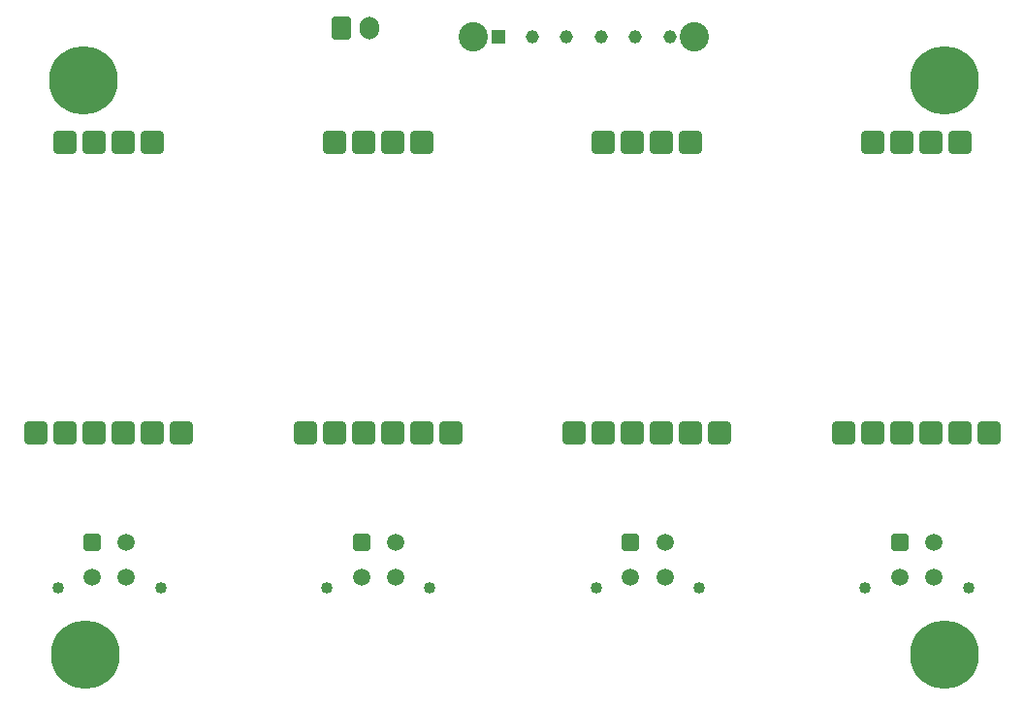
<source format=gbs>
%TF.GenerationSoftware,KiCad,Pcbnew,9.0.0*%
%TF.CreationDate,2025-04-09T17:39:02-07:00*%
%TF.ProjectId,Load Cell Amp Board,4c6f6164-2043-4656-9c6c-20416d702042,rev?*%
%TF.SameCoordinates,Original*%
%TF.FileFunction,Soldermask,Bot*%
%TF.FilePolarity,Negative*%
%FSLAX46Y46*%
G04 Gerber Fmt 4.6, Leading zero omitted, Abs format (unit mm)*
G04 Created by KiCad (PCBNEW 9.0.0) date 2025-04-09 17:39:02*
%MOMM*%
%LPD*%
G01*
G04 APERTURE LIST*
G04 Aperture macros list*
%AMRoundRect*
0 Rectangle with rounded corners*
0 $1 Rounding radius*
0 $2 $3 $4 $5 $6 $7 $8 $9 X,Y pos of 4 corners*
0 Add a 4 corners polygon primitive as box body*
4,1,4,$2,$3,$4,$5,$6,$7,$8,$9,$2,$3,0*
0 Add four circle primitives for the rounded corners*
1,1,$1+$1,$2,$3*
1,1,$1+$1,$4,$5*
1,1,$1+$1,$6,$7*
1,1,$1+$1,$8,$9*
0 Add four rect primitives between the rounded corners*
20,1,$1+$1,$2,$3,$4,$5,0*
20,1,$1+$1,$4,$5,$6,$7,0*
20,1,$1+$1,$6,$7,$8,$9,0*
20,1,$1+$1,$8,$9,$2,$3,0*%
G04 Aperture macros list end*
%ADD10C,6.000000*%
%ADD11C,1.020000*%
%ADD12RoundRect,0.250001X-0.499999X-0.499999X0.499999X-0.499999X0.499999X0.499999X-0.499999X0.499999X0*%
%ADD13C,1.500000*%
%ADD14R,1.170000X1.170000*%
%ADD15C,1.170000*%
%ADD16C,2.560000*%
%ADD17RoundRect,0.300000X0.700000X-0.700000X0.700000X0.700000X-0.700000X0.700000X-0.700000X-0.700000X0*%
%ADD18RoundRect,0.250000X-0.600000X-0.750000X0.600000X-0.750000X0.600000X0.750000X-0.600000X0.750000X0*%
%ADD19O,1.700000X2.000000*%
G04 APERTURE END LIST*
D10*
%TO.C,REF\u002A\u002A*%
X117800000Y-83400000D03*
%TD*%
D11*
%TO.C,J6*%
X186055437Y-127715437D03*
X195055437Y-127715437D03*
D12*
X189055437Y-123775437D03*
D13*
X192055437Y-123775437D03*
X189055437Y-126775437D03*
X192055437Y-126775437D03*
%TD*%
D14*
%TO.C,J1*%
X154000000Y-79600000D03*
D15*
X157000000Y-79600000D03*
X160000000Y-79600000D03*
X163000000Y-79600000D03*
X166000000Y-79600000D03*
X169000000Y-79600000D03*
D16*
X151850000Y-79600000D03*
X171150000Y-79600000D03*
%TD*%
D10*
%TO.C,REF\u002A\u002A*%
X118000000Y-133600000D03*
%TD*%
D17*
%TO.C,HX3*%
X170805437Y-88805437D03*
X168265437Y-88805437D03*
X165725437Y-88805437D03*
X163185437Y-88805437D03*
X160645437Y-114205437D03*
X163185437Y-114205437D03*
X165725437Y-114205437D03*
X168265437Y-114205437D03*
X170805437Y-114205437D03*
X173345437Y-114205437D03*
%TD*%
%TO.C,HX1*%
X123805437Y-88805437D03*
X121265437Y-88805437D03*
X118725437Y-88805437D03*
X116185437Y-88805437D03*
X113645437Y-114205437D03*
X116185437Y-114205437D03*
X118725437Y-114205437D03*
X121265437Y-114205437D03*
X123805437Y-114205437D03*
X126345437Y-114205437D03*
%TD*%
D11*
%TO.C,J3*%
X139055437Y-127715437D03*
X148055437Y-127715437D03*
D12*
X142055437Y-123775437D03*
D13*
X145055437Y-123775437D03*
X142055437Y-126775437D03*
X145055437Y-126775437D03*
%TD*%
D10*
%TO.C,REF\u002A\u002A*%
X193000000Y-83400000D03*
%TD*%
D17*
%TO.C,HX4*%
X194305437Y-88805437D03*
X191765437Y-88805437D03*
X189225437Y-88805437D03*
X186685437Y-88805437D03*
X184145437Y-114205437D03*
X186685437Y-114205437D03*
X189225437Y-114205437D03*
X191765437Y-114205437D03*
X194305437Y-114205437D03*
X196845437Y-114205437D03*
%TD*%
D11*
%TO.C,J4*%
X115555437Y-127715437D03*
X124555437Y-127715437D03*
D12*
X118555437Y-123775437D03*
D13*
X121555437Y-123775437D03*
X118555437Y-126775437D03*
X121555437Y-126775437D03*
%TD*%
D18*
%TO.C,J2*%
X140305437Y-78834562D03*
D19*
X142805437Y-78834562D03*
%TD*%
D17*
%TO.C,HX2*%
X147305437Y-88805437D03*
X144765437Y-88805437D03*
X142225437Y-88805437D03*
X139685437Y-88805437D03*
X137145437Y-114205437D03*
X139685437Y-114205437D03*
X142225437Y-114205437D03*
X144765437Y-114205437D03*
X147305437Y-114205437D03*
X149845437Y-114205437D03*
%TD*%
D11*
%TO.C,J5*%
X162555437Y-127715437D03*
X171555437Y-127715437D03*
D12*
X165555437Y-123775437D03*
D13*
X168555437Y-123775437D03*
X165555437Y-126775437D03*
X168555437Y-126775437D03*
%TD*%
D10*
%TO.C,REF\u002A\u002A*%
X193000000Y-133600000D03*
%TD*%
M02*

</source>
